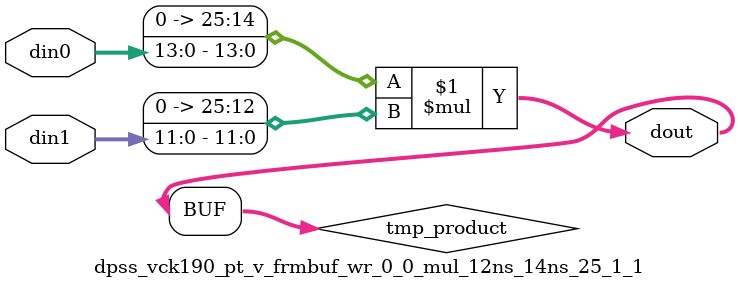
<source format=v>

`timescale 1 ns / 1 ps

  (* use_dsp = "yes" *)  module dpss_vck190_pt_v_frmbuf_wr_0_0_mul_12ns_14ns_25_1_1(din0, din1, dout);
parameter ID = 1;
parameter NUM_STAGE = 0;
parameter din0_WIDTH = 14;
parameter din1_WIDTH = 12;
parameter dout_WIDTH = 26;

input [din0_WIDTH - 1 : 0] din0; 
input [din1_WIDTH - 1 : 0] din1; 
output [dout_WIDTH - 1 : 0] dout;

wire signed [dout_WIDTH - 1 : 0] tmp_product;










assign tmp_product = $signed({1'b0, din0}) * $signed({1'b0, din1});











assign dout = tmp_product;







endmodule

</source>
